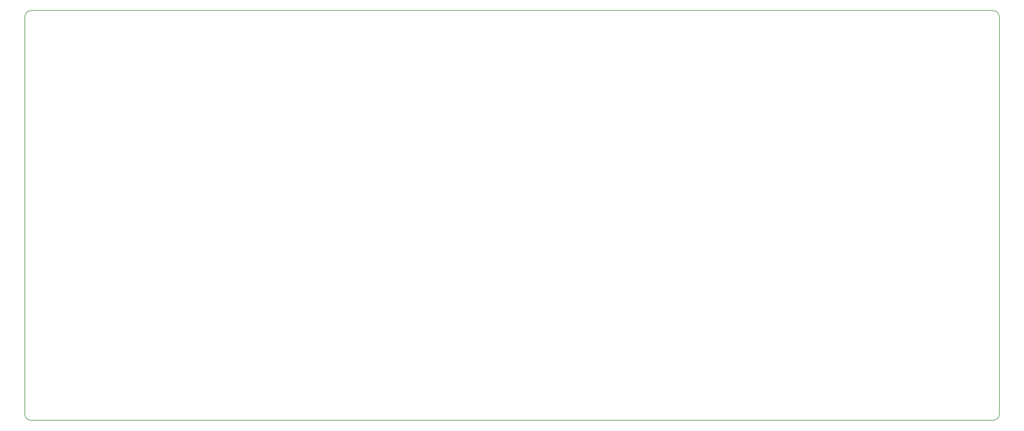
<source format=gbr>
%TF.GenerationSoftware,KiCad,Pcbnew,(5.1.6)-1*%
%TF.CreationDate,2020-08-21T18:53:59+07:00*%
%TF.ProjectId,Pill60,50696c6c-3630-42e6-9b69-6361645f7063,rev?*%
%TF.SameCoordinates,Original*%
%TF.FileFunction,Profile,NP*%
%FSLAX46Y46*%
G04 Gerber Fmt 4.6, Leading zero omitted, Abs format (unit mm)*
G04 Created by KiCad (PCBNEW (5.1.6)-1) date 2020-08-21 18:53:59*
%MOMM*%
%LPD*%
G01*
G04 APERTURE LIST*
%TA.AperFunction,Profile*%
%ADD10C,0.200000*%
%TD*%
G04 APERTURE END LIST*
D10*
X346280265Y-182707853D02*
G75*
G02*
X344280265Y-184707853I-2000000J0D01*
G01*
X346280265Y-152657893D02*
X346280265Y-182707853D01*
X188022265Y-184707853D02*
X344280265Y-184707853D01*
X55579915Y-184707853D02*
G75*
G02*
X53579915Y-182707853I0J2000000D01*
G01*
X55579915Y-184707853D02*
X188022265Y-184707853D01*
X53579915Y-95507693D02*
X53579915Y-182707853D01*
X53579916Y-63507693D02*
G75*
G02*
X55579915Y-61507694I1999999J0D01*
G01*
X55579915Y-61507693D02*
X59579915Y-61507693D01*
X53579915Y-95507693D02*
X53579915Y-63507693D01*
X344280265Y-61507693D02*
G75*
G02*
X346280265Y-63507693I0J-2000000D01*
G01*
X346280265Y-152657893D02*
X346280265Y-63507693D01*
X340280265Y-61507693D02*
X344280265Y-61507693D01*
X340280265Y-61507693D02*
X59579915Y-61507693D01*
M02*

</source>
